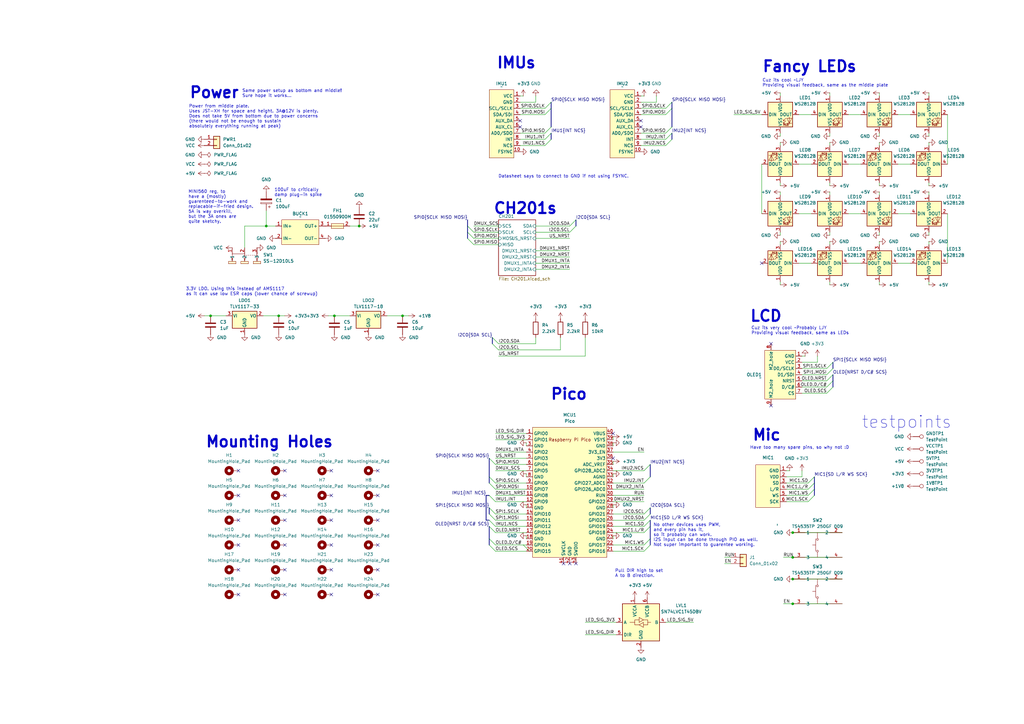
<source format=kicad_sch>
(kicad_sch (version 20231120) (generator "eeschema") (generator_version "8.0")
  (paper "A3")
  (junction (at 137.16 129.54))
  (junction (at 325.12 237.49))
  (junction (at 325.12 228.6))
  (junction (at 325.12 218.44))
  (junction (at 109.22 92.71))
  (junction (at 165.1 129.54))
  (junction (at 325.12 247.65))
  (junction (at 86.36 129.54))
  (junction (at 147.32 92.71))
  (junction (at 114.3 129.54))
  (no_connect (at 154.94 243.84))
  (no_connect (at 135.89 213.36))
  (no_connect (at 97.79 213.36))
  (no_connect (at 116.84 223.52))
  (no_connect (at 116.84 213.36))
  (no_connect (at 116.84 203.2))
  (no_connect (at 135.89 243.84))
  (no_connect (at 97.79 243.84))
  (no_connect (at 116.84 233.68))
  (no_connect (at 97.79 233.68))
  (no_connect (at 97.79 203.2))
  (no_connect (at 312.42 107.95))
  (no_connect (at 213.36 49.53))
  (no_connect (at 116.84 193.04))
  (no_connect (at 251.46 187.96))
  (no_connect (at 316.23 140.97))
  (no_connect (at 154.94 213.36))
  (no_connect (at 236.22 231.14))
  (no_connect (at 154.94 233.68))
  (no_connect (at 233.68 231.14))
  (no_connect (at 135.89 203.2))
  (no_connect (at 135.89 193.04))
  (no_connect (at 154.94 223.52))
  (no_connect (at 116.84 243.84))
  (no_connect (at 262.89 49.53))
  (no_connect (at 251.46 177.8))
  (no_connect (at 154.94 193.04))
  (no_connect (at 97.79 193.04))
  (no_connect (at 231.14 231.14))
  (no_connect (at 135.89 223.52))
  (no_connect (at 135.89 233.68))
  (no_connect (at 154.94 203.2))
  (no_connect (at 213.36 52.07))
  (no_connect (at 316.23 166.37))
  (no_connect (at 262.89 52.07))
  (no_connect (at 97.79 223.52))
  (bus_entry (at 341.63 148.59) (size -2.54 2.54))
  (bus_entry (at 334.01 198.12) (size -2.54 2.54))
  (bus_entry (at 226.06 41.91) (size -2.54 2.54))
  (bus_entry (at 275.59 41.91) (size -2.54 2.54))
  (bus_entry (at 226.06 52.07) (size -2.54 2.54))
  (bus_entry (at 203.2 226.06) (size -2.54 -2.54))
  (bus_entry (at 200.66 187.96) (size 2.54 2.54))
  (bus_entry (at 203.2 215.9) (size -2.54 -2.54))
  (bus_entry (at 200.66 198.12) (size 2.54 2.54))
  (bus_entry (at 275.59 57.15) (size -2.54 2.54))
  (bus_entry (at 275.59 44.45) (size -2.54 2.54))
  (bus_entry (at 236.22 92.71) (size -2.54 2.54))
  (bus_entry (at 266.7 213.36) (size -2.54 2.54))
  (bus_entry (at 201.93 140.97) (size 2.54 2.54))
  (bus_entry (at 339.09 161.29) (size 2.54 -2.54))
  (bus_entry (at 200.66 203.2) (size 2.54 2.54))
  (bus_entry (at 200.66 195.58) (size 2.54 2.54))
  (bus_entry (at 275.59 52.07) (size -2.54 2.54))
  (bus_entry (at 226.06 54.61) (size -2.54 2.54))
  (bus_entry (at 341.63 151.13) (size -2.54 2.54))
  (bus_entry (at 266.7 195.58) (size -2.54 2.54))
  (bus_entry (at 226.06 57.15) (size -2.54 2.54))
  (bus_entry (at 203.2 223.52) (size -2.54 -2.54))
  (bus_entry (at 266.7 215.9) (size -2.54 2.54))
  (bus_entry (at 266.7 220.98) (size -2.54 2.54))
  (bus_entry (at 191.77 92.71) (size 2.54 2.54))
  (bus_entry (at 266.7 208.28) (size -2.54 2.54))
  (bus_entry (at 226.06 44.45) (size -2.54 2.54))
  (bus_entry (at 203.2 218.44) (size -2.54 -2.54))
  (bus_entry (at 191.77 97.79) (size 2.54 2.54))
  (bus_entry (at 339.09 156.21) (size 2.54 -2.54))
  (bus_entry (at 266.7 210.82) (size -2.54 2.54))
  (bus_entry (at 191.77 95.25) (size 2.54 2.54))
  (bus_entry (at 275.59 54.61) (size -2.54 2.54))
  (bus_entry (at 201.93 138.43) (size 2.54 2.54))
  (bus_entry (at 266.7 190.5) (size -2.54 2.54))
  (bus_entry (at 236.22 90.17) (size -2.54 2.54))
  (bus_entry (at 334.01 195.58) (size -2.54 2.54))
  (bus_entry (at 266.7 223.52) (size -2.54 2.54))
  (bus_entry (at 334.01 203.2) (size -2.54 2.54))
  (bus_entry (at 339.09 158.75) (size 2.54 -2.54))
  (bus_entry (at 200.66 210.82) (size 2.54 2.54))
  (bus_entry (at 334.01 200.66) (size -2.54 2.54))
  (bus_entry (at 200.66 208.28) (size 2.54 2.54))
  (bus_entry (at 214.63 223.52) (size 2.54 2.54))
  (wire (pts (xy 381 99.06) (xy 381 100.33)))
  (wire (pts (xy 325.12 247.65) (xy 345.44 247.65)))
  (wire (pts (xy 213.36 54.61) (xy 223.52 54.61)))
  (wire (pts (xy 251.46 207.01) (xy 251.46 208.28)))
  (bus (pts (xy 275.59 54.61) (xy 275.59 57.15)))
  (wire (pts (xy 340.36 116.84) (xy 340.36 115.57)))
  (wire (pts (xy 194.31 92.71) (xy 204.47 92.71)))
  (wire (pts (xy 381 78.74) (xy 381 80.01)))
  (wire (pts (xy 320.04 99.06) (xy 320.04 100.33)))
  (wire (pts (xy 83.82 129.54) (xy 86.36 129.54)))
  (wire (pts (xy 203.2 226.06) (xy 215.9 226.06)))
  (wire (pts (xy 109.22 92.71) (xy 113.03 92.71)))
  (wire (pts (xy 327.66 87.63) (xy 332.74 87.63)))
  (wire (pts (xy 297.18 231.14) (xy 299.72 231.14)))
  (wire (pts (xy 219.71 95.25) (xy 233.68 95.25)))
  (wire (pts (xy 251.46 185.42) (xy 264.16 185.42)))
  (wire (pts (xy 320.04 96.52) (xy 320.04 95.25)))
  (wire (pts (xy 340.36 99.06) (xy 340.36 100.33)))
  (wire (pts (xy 219.71 92.71) (xy 233.68 92.71)))
  (wire (pts (xy 320.04 76.2) (xy 320.04 74.93)))
  (wire (pts (xy 251.46 203.2) (xy 264.16 203.2)))
  (wire (pts (xy 323.85 193.04) (xy 322.58 193.04)))
  (wire (pts (xy 214.63 223.52) (xy 215.9 223.52)))
  (wire (pts (xy 215.9 180.34) (xy 203.2 180.34)))
  (wire (pts (xy 360.68 55.88) (xy 360.68 54.61)))
  (wire (pts (xy 240.03 260.35) (xy 252.73 260.35)))
  (bus (pts (xy 266.7 208.28) (xy 266.7 210.82)))
  (wire (pts (xy 251.46 210.82) (xy 264.16 210.82)))
  (bus (pts (xy 341.63 148.59) (xy 341.63 151.13)))
  (wire (pts (xy 219.71 41.91) (xy 219.71 39.37)))
  (wire (pts (xy 360.68 116.84) (xy 360.68 115.57)))
  (wire (pts (xy 328.93 151.13) (xy 339.09 151.13)))
  (wire (pts (xy 204.47 140.97) (xy 219.71 140.97)))
  (wire (pts (xy 322.58 203.2) (xy 331.47 203.2)))
  (bus (pts (xy 191.77 90.17) (xy 191.77 92.71)))
  (wire (pts (xy 332.74 107.95) (xy 327.66 107.95)))
  (wire (pts (xy 264.16 200.66) (xy 251.46 200.66)))
  (wire (pts (xy 360.68 76.2) (xy 360.68 74.93)))
  (bus (pts (xy 334.01 195.58) (xy 334.01 198.12)))
  (wire (pts (xy 347.98 87.63) (xy 353.06 87.63)))
  (wire (pts (xy 368.3 46.99) (xy 373.38 46.99)))
  (wire (pts (xy 360.68 96.52) (xy 360.68 95.25)))
  (wire (pts (xy 86.36 129.54) (xy 92.71 129.54)))
  (wire (pts (xy 251.46 189.23) (xy 251.46 190.5)))
  (bus (pts (xy 191.77 92.71) (xy 191.77 95.25)))
  (wire (pts (xy 321.31 228.6) (xy 325.12 228.6)))
  (wire (pts (xy 335.28 148.59) (xy 335.28 146.05)))
  (wire (pts (xy 262.89 57.15) (xy 273.05 57.15)))
  (wire (pts (xy 215.9 182.88) (xy 215.9 181.61)))
  (wire (pts (xy 325.12 237.49) (xy 345.44 237.49)))
  (wire (pts (xy 213.36 41.91) (xy 219.71 41.91)))
  (wire (pts (xy 203.2 215.9) (xy 215.9 215.9)))
  (wire (pts (xy 219.71 138.43) (xy 219.71 140.97)))
  (wire (pts (xy 203.2 205.74) (xy 215.9 205.74)))
  (bus (pts (xy 226.06 44.45) (xy 226.06 52.07)))
  (wire (pts (xy 203.2 203.2) (xy 215.9 203.2)))
  (wire (pts (xy 328.93 195.58) (xy 328.93 193.04)))
  (wire (pts (xy 219.71 110.49) (xy 233.68 110.49)))
  (bus (pts (xy 341.63 156.21) (xy 341.63 158.75)))
  (wire (pts (xy 340.36 78.74) (xy 340.36 80.01)))
  (wire (pts (xy 328.93 156.21) (xy 339.09 156.21)))
  (wire (pts (xy 300.99 46.99) (xy 312.42 46.99)))
  (wire (pts (xy 347.98 46.99) (xy 353.06 46.99)))
  (bus (pts (xy 266.7 215.9) (xy 266.7 220.98)))
  (wire (pts (xy 320.04 78.74) (xy 320.04 80.01)))
  (wire (pts (xy 368.3 87.63) (xy 373.38 87.63)))
  (bus (pts (xy 226.06 54.61) (xy 226.06 57.15)))
  (wire (pts (xy 213.36 57.15) (xy 223.52 57.15)))
  (wire (pts (xy 388.62 87.63) (xy 388.62 107.95)))
  (bus (pts (xy 226.06 41.91) (xy 226.06 44.45)))
  (wire (pts (xy 114.3 129.54) (xy 116.84 129.54)))
  (wire (pts (xy 340.36 58.42) (xy 340.36 59.69)))
  (wire (pts (xy 297.18 228.6) (xy 299.72 228.6)))
  (bus (pts (xy 266.7 220.98) (xy 266.7 223.52)))
  (wire (pts (xy 204.47 143.51) (xy 229.87 143.51)))
  (wire (pts (xy 107.95 129.54) (xy 114.3 129.54)))
  (wire (pts (xy 353.06 107.95) (xy 347.98 107.95)))
  (wire (pts (xy 100.33 92.71) (xy 109.22 92.71)))
  (wire (pts (xy 203.2 198.12) (xy 215.9 198.12)))
  (wire (pts (xy 109.22 86.36) (xy 109.22 92.71)))
  (wire (pts (xy 328.93 148.59) (xy 335.28 148.59)))
  (wire (pts (xy 381 55.88) (xy 381 54.61)))
  (wire (pts (xy 251.46 193.04) (xy 264.16 193.04)))
  (bus (pts (xy 334.01 198.12) (xy 334.01 200.66)))
  (wire (pts (xy 381 58.42) (xy 381 59.69)))
  (wire (pts (xy 203.2 223.52) (xy 214.63 223.52)))
  (wire (pts (xy 340.36 76.2) (xy 340.36 74.93)))
  (bus (pts (xy 200.66 213.36) (xy 199.39 213.36)))
  (wire (pts (xy 219.71 107.95) (xy 233.68 107.95)))
  (bus (pts (xy 266.7 213.36) (xy 266.7 215.9)))
  (wire (pts (xy 203.2 218.44) (xy 215.9 218.44)))
  (bus (pts (xy 199.39 203.2) (xy 200.66 203.2)))
  (wire (pts (xy 320.04 55.88) (xy 320.04 54.61)))
  (wire (pts (xy 322.58 198.12) (xy 331.47 198.12)))
  (bus (pts (xy 200.66 215.9) (xy 200.66 220.98)))
  (wire (pts (xy 251.46 194.31) (xy 251.46 195.58)))
  (bus (pts (xy 236.22 90.17) (xy 236.22 92.71)))
  (bus (pts (xy 201.93 138.43) (xy 201.93 140.97)))
  (wire (pts (xy 134.62 129.54) (xy 137.16 129.54)))
  (wire (pts (xy 340.36 96.52) (xy 340.36 95.25)))
  (wire (pts (xy 328.93 158.75) (xy 339.09 158.75)))
  (wire (pts (xy 165.1 129.54) (xy 167.64 129.54)))
  (wire (pts (xy 194.31 97.79) (xy 204.47 97.79)))
  (wire (pts (xy 381 96.52) (xy 381 95.25)))
  (wire (pts (xy 203.2 177.8) (xy 215.9 177.8)))
  (wire (pts (xy 262.89 39.37) (xy 264.16 39.37)))
  (wire (pts (xy 262.89 41.91) (xy 269.24 41.91)))
  (wire (pts (xy 240.03 255.27) (xy 252.73 255.27)))
  (wire (pts (xy 203.2 193.04) (xy 215.9 193.04)))
  (wire (pts (xy 219.71 102.87) (xy 233.68 102.87)))
  (wire (pts (xy 381 76.2) (xy 381 74.93)))
  (wire (pts (xy 322.58 195.58) (xy 328.93 195.58)))
  (wire (pts (xy 251.46 223.52) (xy 264.16 223.52)))
  (bus (pts (xy 275.59 41.91) (xy 275.59 44.45)))
  (wire (pts (xy 251.46 198.12) (xy 264.16 198.12)))
  (wire (pts (xy 100.33 92.71) (xy 100.33 101.6)))
  (bus (pts (xy 275.59 44.45) (xy 275.59 52.07)))
  (wire (pts (xy 194.31 100.33) (xy 204.47 100.33)))
  (wire (pts (xy 330.2 146.05) (xy 328.93 146.05)))
  (wire (pts (xy 332.74 67.31) (xy 327.66 67.31)))
  (wire (pts (xy 320.04 58.42) (xy 320.04 59.69)))
  (wire (pts (xy 229.87 143.51) (xy 229.87 138.43)))
  (bus (pts (xy 266.7 190.5) (xy 266.7 195.58)))
  (wire (pts (xy 262.89 44.45) (xy 273.05 44.45)))
  (wire (pts (xy 251.46 226.06) (xy 264.16 226.06)))
  (wire (pts (xy 373.38 107.95) (xy 368.3 107.95)))
  (wire (pts (xy 213.36 59.69) (xy 223.52 59.69)))
  (wire (pts (xy 219.71 105.41) (xy 233.68 105.41)))
  (wire (pts (xy 340.36 55.88) (xy 340.36 54.61)))
  (bus (pts (xy 334.01 200.66) (xy 334.01 203.2)))
  (wire (pts (xy 137.16 129.54) (xy 143.51 129.54)))
  (wire (pts (xy 203.2 200.66) (xy 215.9 200.66)))
  (wire (pts (xy 269.24 41.91) (xy 269.24 39.37)))
  (wire (pts (xy 240.03 146.05) (xy 240.03 138.43)))
  (wire (pts (xy 264.16 205.74) (xy 251.46 205.74)))
  (wire (pts (xy 381 38.1) (xy 381 39.37)))
  (bus (pts (xy 200.66 187.96) (xy 200.66 195.58)))
  (wire (pts (xy 325.12 218.44) (xy 345.44 218.44)))
  (wire (pts (xy 215.9 194.31) (xy 215.9 195.58)))
  (wire (pts (xy 321.31 247.65) (xy 325.12 247.65)))
  (bus (pts (xy 200.66 208.28) (xy 200.66 210.82)))
  (wire (pts (xy 320.04 116.84) (xy 320.04 115.57)))
  (wire (pts (xy 262.89 59.69) (xy 273.05 59.69)))
  (wire (pts (xy 203.2 213.36) (xy 215.9 213.36)))
  (wire (pts (xy 328.93 161.29) (xy 339.09 161.29)))
  (wire (pts (xy 381 116.84) (xy 381 115.57)))
  (wire (pts (xy 273.05 255.27) (xy 284.48 255.27)))
  (wire (pts (xy 215.9 185.42) (xy 203.2 185.42)))
  (wire (pts (xy 251.46 179.07) (xy 251.46 180.34)))
  (wire (pts (xy 320.04 38.1) (xy 320.04 39.37)))
  (bus (pts (xy 200.66 220.98) (xy 200.66 223.52)))
  (wire (pts (xy 213.36 46.99) (xy 223.52 46.99)))
  (wire (pts (xy 388.62 46.99) (xy 388.62 67.31)))
  (wire (pts (xy 340.36 38.1) (xy 340.36 39.37)))
  (wire (pts (xy 353.06 67.31) (xy 347.98 67.31)))
  (wire (pts (xy 215.9 219.71) (xy 215.9 220.98)))
  (wire (pts (xy 360.68 58.42) (xy 360.68 59.69)))
  (bus (pts (xy 191.77 95.25) (xy 191.77 97.79)))
  (wire (pts (xy 262.89 54.61) (xy 273.05 54.61)))
  (wire (pts (xy 251.46 181.61) (xy 251.46 182.88)))
  (wire (pts (xy 328.93 153.67) (xy 339.09 153.67)))
  (wire (pts (xy 203.2 190.5) (xy 215.9 190.5)))
  (wire (pts (xy 327.66 46.99) (xy 332.74 46.99)))
  (wire (pts (xy 322.58 200.66) (xy 331.47 200.66)))
  (wire (pts (xy 312.42 67.31) (xy 312.42 87.63)))
  (wire (pts (xy 215.9 207.01) (xy 215.9 208.28)))
  (wire (pts (xy 203.2 187.96) (xy 215.9 187.96)))
  (wire (pts (xy 194.31 95.25) (xy 204.47 95.25)))
  (wire (pts (xy 373.38 67.31) (xy 368.3 67.31)))
  (wire (pts (xy 262.89 46.99) (xy 273.05 46.99)))
  (wire (pts (xy 213.36 44.45) (xy 223.52 44.45)))
  (wire (pts (xy 322.58 205.74) (xy 331.47 205.74)))
  (bus (pts (xy 199.39 203.2) (xy 199.39 213.36)))
  (wire (pts (xy 213.36 39.37) (xy 214.63 39.37)))
  (wire (pts (xy 219.71 97.79) (xy 233.68 97.79)))
  (wire (pts (xy 251.46 213.36) (xy 264.16 213.36)))
  (wire (pts (xy 158.75 129.54) (xy 165.1 129.54)))
  (wire (pts (xy 204.47 146.05) (xy 240.03 146.05)))
  (bus (pts (xy 200.66 195.58) (xy 200.66 198.12)))
  (wire (pts (xy 251.46 219.71) (xy 251.46 220.98)))
  (wire (pts (xy 360.68 38.1) (xy 360.68 39.37)))
  (wire (pts (xy 143.51 92.71) (xy 147.32 92.71)))
  (bus (pts (xy 341.63 153.67) (xy 341.63 156.21)))
  (wire (pts (xy 360.68 78.74) (xy 360.68 80.01)))
  (wire (pts (xy 203.2 210.82) (xy 215.9 210.82)))
  (wire (pts (xy 251.46 215.9) (xy 264.16 215.9)))
  (wire (pts (xy 325.12 228.6) (xy 345.44 228.6)))
  (wire (pts (xy 251.46 218.44) (xy 264.16 218.44)))
  (wire (pts (xy 360.68 99.06) (xy 360.68 100.33)))
  (text "CH201s" (at 202.184 85.598 0) (effects (font (size 4.445 4.445) (thickness 0.889) (bold yes)) (justify left)))
  (text "IMUs" (at 203.454 25.908 0) (effects (font (size 4.445 4.445) (thickness 0.889) (bold yes)) (justify left)))
  (text "No other devices uses PWM,\nand every pin has it,\nso it probably can work.\nI2S input can be done through PIO as well.\nNot super important to guarentee working." (at 267.97 219.456 0) (effects (font (size 1.27 1.27)) (justify left)))
  (text "MINI560 reg, to \nhave a (mostly) \nguarenteed-to-work and\nreplacable-if-fried design.\n5A is way overkill, \nbut the 3A ones are \nquite sketchy." (at 77.216 84.836 0) (effects (font (size 1.27 1.27)) (justify left)))
  (text "Same power setup as bottom and middle!\nSure hope it works..." (at 99.314 38.354 0) (effects (font (size 1.27 1.27)) (justify left)))
  (text "Cuz its very cool ~Probably LJY\nProviding visual feedback, same as LEDs" (at 308.102 135.636 0) (effects (font (size 1.27 1.27)) (justify left)))
  (text "Fancy LEDs" (at 312.42 27.432 0) (effects (font (size 4.445 4.445) (thickness 0.889) (bold yes)) (justify left)))
  (text "3.3V LDO. Using this instead of AMS1117\nas it can use low ESR caps (lower chance of screwup)" (at 76.2 119.634 0) (effects (font (size 1.27 1.27)) (justify left)))
  (text "Datasheet says to connect to GND if not using FSYNC." (at 231.14 72.39 0) (effects (font (size 1.27 1.27))))
  (text "Pull DIR high to set\nA to B direction." (at 252.222 235.204 0) (effects (font (size 1.27 1.27)) (justify left)))
  (text "Have too many spare pins, so why not :D" (at 307.594 183.642 0) (effects (font (size 1.27 1.27)) (justify left)))
  (text "Cuz its cool ~LJY\nProviding visual feedback, same as the middle plate" (at 312.674 34.036 0) (effects (font (size 1.27 1.27)) (justify left)))
  (text "Power" (at 77.47 38.1 0) (effects (font (size 4.445 4.445) (thickness 0.889) (bold yes)) (justify left)))
  (text "Pico" (at 225.552 161.798 0) (effects (font (size 4.445 4.445) (thickness 0.889) (bold yes)) (justify left)))
  (text "Power from middle plate.\nUses JST-XH for space and height. 3A@12V is plenty.\nDoes not take 5V from bottom due to power concerns\n(there would not be enough to sustain\nabsolutely everything running at peak)" (at 77.47 47.752 0) (effects (font (size 1.27 1.27)) (justify left)))
  (text "100uF to critically\ndamp plug-in spike" (at 112.522 78.994 0) (effects (font (size 1.27 1.27)) (justify left)))
  (text "Mic" (at 308.356 178.562 0) (effects (font (size 4.445 4.445) (thickness 0.889) (bold yes)) (justify left)))
  (text "LCD" (at 307.34 129.794 0) (effects (font (size 4.445 4.445) (thickness 0.889) (bold yes)) (justify left)))
  (text "Mounting Holes" (at 110.49 181.356 0) (effects (font (size 4.445 4.445) (thickness 0.889) (bold yes))))
  (text "testpoints" (at 371.856 173.228 0) (effects (font (size 5 5))))
  (label "DMUX2_INTA" (at 233.68 110.49 180))
  (label "OLED{NRST D{slash}C# SCS}" (at 200.66 215.9 180))
  (label "MIC1{SD L{slash}R WS SCK}" (at 334.01 195.58 0))
  (label "SPI0.SCLK" (at 223.52 44.45 180))
  (label "RUN" (at 297.18 228.6 0))
  (label "IMU1{INT NCS}" (at 226.06 54.61 0))
  (label "SPI0.MOSI" (at 273.05 46.99 180))
  (label "SPI0.MISO" (at 203.2 190.5 0))
  (label "LED_SIG_3V3" (at 240.03 255.27 0))
  (label "I2C0.SDA" (at 264.16 213.36 180))
  (label "DMUX2_NRST" (at 233.68 105.41 180))
  (label "MIC1{SD L{slash}R WS SCK}" (at 266.7 213.36 0))
  (label "DMUX1_NRST" (at 233.68 102.87 180))
  (label "I2C0.SCL" (at 233.68 95.25 180))
  (label "US_NRST" (at 204.47 146.05 0))
  (label "MIC1.SD" (at 264.16 215.9 180))
  (label "EN" (at 321.31 247.65 0))
  (label "SPI0.MISO" (at 273.05 54.61 180))
  (label "SPI0.SCLK" (at 194.31 95.25 0))
  (label "SPI0.MOSI" (at 203.2 200.66 0))
  (label "IMU2.INT" (at 264.16 198.12 180))
  (label "OLED.NRST" (at 203.2 218.44 0))
  (label "OLED.SCS" (at 339.09 161.29 180))
  (label "IMU2.NCS" (at 264.0368 193.04 180))
  (label "LED_SIG_DIR" (at 240.03 260.35 0))
  (label "SPI1{SCLK MISO MOSI}" (at 341.63 148.59 0))
  (label "US_NRST" (at 203.2 187.96 0))
  (label "DMUX_SCS" (at 203.2 193.04 0))
  (label "SPI1.SCLK" (at 339.09 151.13 180))
  (label "I2C0.SDA" (at 233.68 92.71 180))
  (label "LED_SIG_5V" (at 284.48 255.27 180))
  (label "OLED.D{slash}C#" (at 203.2 223.52 0))
  (label "RUN" (at 321.31 228.6 0))
  (label "EN" (at 264.16 185.42 180))
  (label "SPI0{SCLK MISO MOSI}" (at 226.06 41.91 0))
  (label "SPI1.MOSI" (at 203.2 213.36 0))
  (label "SPI0.SCLK" (at 203.2 198.12 0))
  (label "OLED{NRST D{slash}C# SCS}" (at 341.63 153.67 0))
  (label "I2C0{SDA SCL}" (at 201.93 138.43 180))
  (label "IMU2{INT NCS}" (at 275.59 54.61 0))
  (label "IMU1.INT" (at 223.52 57.15 180))
  (label "DMUX1_NRST" (at 203.2 203.2 0))
  (label "SPI0{SCLK MISO MOSI}" (at 275.59 41.91 0))
  (label "DMUX2_NRST" (at 264.16 205.74 180))
  (label "EN" (at 297.18 231.14 0))
  (label "SPI0.SCLK" (at 273.05 44.45 180))
  (label "IMU1{INT NCS}" (at 199.39 203.2 180))
  (label "SPI0{SCLK MISO MOSI}" (at 191.77 90.17 180))
  (label "I2C0{SDA SCL}" (at 236.22 90.17 0))
  (label "I2C0.SDA" (at 204.47 140.97 0))
  (label "MIC1.SCK" (at 264.16 226.06 180))
  (label "SPI0.MOSI" (at 223.52 46.99 180))
  (label "MIC1.SCK" (at 331.47 205.74 180))
  (label "DMUX2_INTA" (at 264.16 200.66 180))
  (label "IMU2{INT NCS}" (at 266.7 190.5 0))
  (label "IMU1.NCS" (at 223.52 59.69 180))
  (label "SPI0.MISO" (at 194.31 100.33 0))
  (label "MIC1.WS" (at 264.16 223.52 180))
  (label "MIC1.WS" (at 331.47 203.2 180))
  (label "SPI0{SCLK MISO MOSI}" (at 200.66 187.96 180))
  (label "I2C0.SCL" (at 264.16 210.82 180))
  (label "SPI1.MOSI" (at 339.09 153.67 180))
  (label "IMU1.NCS" (at 203.2 215.9 0))
  (label "OLED.D{slash}C#" (at 339.09 158.75 180))
  (label "SPI0.MISO" (at 223.52 54.61 180))
  (label "LED_SIG_3V3" (at 203.2 180.34 0))
  (label "I2C0{SDA SCL}" (at 266.7 208.28 0))
  (label "DMUX_SCS" (at 194.31 92.71 0))
  (label "IMU1.INT" (at 203.2 205.74 0))
  (label "OLED.NRST" (at 339.09 156.21 180))
  (label "OLED.SCS" (at 203.2 226.06 0))
  (label "I2C0.SCL" (at 204.47 143.51 0))
  (label "DMUX1_INTA" (at 203.2 185.42 0))
  (label "MIC1.L{slash}R" (at 331.47 200.66 180))
  (label "DMUX1_INTA" (at 233.68 107.95 180))
  (label "SPI1{SCLK MISO MOSI}" (at 200.66 208.28 180))
  (label "SPI1.SCLK" (at 203.2 210.82 0))
  (label "IMU2.NCS" (at 273.05 59.69 180))
  (label "RUN" (at 264.16 203.2 180))
  (label "MIC1.SD" (at 331.47 198.12 180))
  (label "LED_SIG_DIR" (at 203.2 177.8 0))
  (label "IMU2.INT" (at 273.05 57.15 180))
  (label "MIC1.L{slash}R" (at 264.16 218.44 180))
  (label "SPI0.MOSI" (at 194.31 97.79 0))
  (label "US_NRST" (at 233.68 97.79 180))
  (label "LED_SIG_5V" (at 300.99 46.99 0))
  (symbol (lib_id "power:+5V") (at 320.04 116.84 270) (unit 1)
    (property "Reference" "#PWR067" (effects (hide yes)))
    (property "Value" "+5V" (at 323.85 116.8401 90) (effects (justify left)))
    (property "Description" "Power symbol creates a global label with name \"+5V\"" (effects (hide yes)))
  )
  (symbol (lib_id "LED:WS2812B") (at 320.04 46.99 0) (unit 1)
    (property "Reference" "LED1" (at 330.2 40.0555 0))
    (property "Value" "WS2812B" (at 330.2 42.5955 0))
    (property "Footprint" "LED_SMD:LED_WS2812B_PLCC4_5.0x5.0mm_P3.2mm" (effects (hide yes)))
    (property "Datasheet" "https://cdn-shop.adafruit.com/datasheets/WS2812B.pdf" (effects (hide yes)))
    (property "Description" "RGB LED with integrated controller" (effects (hide yes)))
  )
  (symbol (lib_id "power:+5V") (at 320.04 38.1 90) (unit 1)
    (property "Reference" "#PWR060" (effects (hide yes)))
    (property "Value" "+5V" (at 316.23 38.0999 90) (effects (justify left)))
    (property "Description" "Power symbol creates a global label with name \"+5V\"" (effects (hide yes)))
  )
  (symbol (lib_id "power:+5V") (at 134.62 129.54 90) (unit 1)
    (property "Reference" "#PWR0122" (effects (hide yes)))
    (property "Value" "+3V3" (at 130.81 129.5399 90) (effects (justify left)))
    (property "Description" "Power symbol creates a global label with name \"+5V\"" (effects (hide yes)))
  )
  (symbol (lib_id "power:+3V3") (at 167.64 129.54 270) (unit 1)
    (property "Reference" "#PWR0126" (effects (hide yes)))
    (property "Value" "+1V8" (at 171.45 129.5399 90) (effects (justify left)))
    (property "Description" "Power symbol creates a global label with name \"+3V3\"" (effects (hide yes)))
  )
  (symbol (lib_id "EasyEDA:SS-12D10L5") (at 100.33 104.14 0) (unit 1)
    (property "Reference" "SW1" (at 107.95 104.5199 0) (effects (justify left)))
    (property "Value" "SS-12D10L5" (at 107.95 107.0599 0) (effects (justify left)))
    (property "Footprint" "EasyEDA:SW-TH_SS-12D10L5" (effects (hide yes)))
    (property "Datasheet" "https://lcsc.com/product-detail/Toggle-Switches_XKB-Enterprise-SS-12D10L5_C319012.html" (effects (hide yes)))
    (property "LCSC Part" "C319012" (effects (hide yes)))
  )
  (symbol (lib_id "LED:WS2812B") (at 381 46.99 0) (unit 1)
    (property "Reference" "LED4" (at 391.16 40.0555 0))
    (property "Value" "WS2812B" (at 391.16 42.5955 0))
    (property "Footprint" "LED_SMD:LED_WS2812B_PLCC4_5.0x5.0mm_P3.2mm" (effects (hide yes)))
    (property "Datasheet" "https://cdn-shop.adafruit.com/datasheets/WS2812B.pdf" (effects (hide yes)))
    (property "Description" "RGB LED with integrated controller" (effects (hide yes)))
  )
  (symbol (lib_id "power:+12V") (at 83.82 67.31 90) (unit 1)
    (property "Reference" "#PWR083" (effects (hide yes)))
    (property "Value" "VCC" (at 80.01 67.3099 90) (effects (justify left)))
    (property "Description" "Power symbol creates a global label with name \"+12V\"" (effects (hide yes)))
  )
  (symbol (lib_id "power:+3V3") (at 260.35 245.11 0) (unit 1)
    (property "Reference" "#PWR0119" (effects (hide yes)))
    (property "Value" "+3V3" (at 260.35 240.03 0))
    (property "Description" "Power symbol creates a global label with name \"+3V3\"" (effects (hide yes)))
  )
  (symbol (lib_id "power:+1V8") (at 374.65 199.39 90) (unit 1)
    (property "Reference" "#PWR0148" (effects (hide yes)))
    (property "Value" "+1V8" (at 370.84 199.3899 90) (effects (justify left)))
    (property "Description" "Power symbol creates a global label with name \"+1V8\"" (effects (hide yes)))
  )
  (symbol (lib_id "Device:C") (at 147.32 88.9 0) (mirror y) (unit 1)
    (property "Reference" "C2" (at 151.13 87.6299 0) (effects (justify right)))
    (property "Value" "22uF" (at 151.13 90.1699 0) (effects (justify right)))
    (property "Footprint" "PCM_Capacitor_SMD_AKL:C_0805_2012Metric_Pad1.15x1.40mm_HandSolder" (effects (hide yes)))
    (property "Description" "Unpolarized capacitor" (effects (hide yes)))
  )
  (symbol (lib_id "Connector:TestPoint") (at 374.65 194.31 270) (unit 1)
    (property "Reference" "3V3TP1" (at 379.73 193.0399 90) (effects (justify left)))
    (property "Value" "TestPoint" (at 379.73 195.5799 90) (effects (justify left)))
    (property "Footprint" "TestPoint:TestPoint_THTPad_D1.0mm_Drill0.5mm" (effects (hide yes)))
    (property "Description" "test point" (effects (hide yes)))
  )
  (symbol (lib_id "Mechanical:MountingHole_Pad") (at 152.4 193.04 90) (unit 1) (exclude_from_sim yes) (in_bom no)
    (property "Reference" "H4" (at 151.13 186.69 90))
    (property "Value" "MountingHole_Pad" (at 151.13 189.23 90))
    (property "Footprint" "MountingHole:MountingHole_2.2mm_M2_Pad_Via" (effects (hide yes)))
    (property "Description" "Mounting Hole with connection" (effects (hide yes)))
  )
  (symbol (lib_id "custom:mini360/560") (at 123.19 95.25 0) (unit 1)
    (property "Reference" "BUCK1" (at 123.19 87.63 0))
    (property "Value" "~" (at 123.19 88.9 0))
    (property "Footprint" "custom:mini560" (effects (hide yes)))
  )
  (symbol (lib_id "power:+5V") (at 374.65 189.23 90) (mirror x) (unit 1)
    (property "Reference" "#PWR0149" (effects (hide yes)))
    (property "Value" "+5V" (at 370.84 189.2299 90) (effects (justify left)))
    (property "Description" "Power symbol creates a global label with name \"+5V\"" (effects (hide yes)))
  )
  (symbol (lib_id "power:+12V") (at 95.25 101.6 90) (mirror x) (unit 1)
    (property "Reference" "#PWR093" (effects (hide yes)))
    (property "Value" "VCC" (at 91.44 101.5999 90) (effects (justify left)))
    (property "Description" "Power symbol creates a global label with name \"+12V\"" (effects (hide yes)))
  )
  (symbol (lib_id "power:+5V") (at 381 76.2 270) (unit 1)
    (property "Reference" "#PWR099" (effects (hide yes)))
    (property "Value" "+5V" (at 384.81 76.2001 90) (effects (justify left)))
    (property "Description" "Power symbol creates a global label with name \"+5V\"" (effects (hide yes)))
  )
  (symbol (lib_id "power:GND") (at 137.16 137.16 0) (mirror y) (unit 1)
    (property "Reference" "#PWR0123" (effects (hide yes)))
    (property "Value" "GND" (at 139.7 138.4299 0) (effects (justify right)))
    (property "Description" "Power symbol creates a global label with name \"GND\" , ground" (effects (hide yes)))
  )
  (symbol (lib_id "power:GND") (at 215.9 194.31 270) (unit 1)
    (property "Reference" "#PWR02" (effects (hide yes)))
    (property "Value" "GND" (at 212.09 194.3099 90) (effects (justify right)))
    (property "Description" "Power symbol creates a global label with name \"GND\" , ground" (effects (hide yes)))
  )
  (symbol (lib_id "power:+12V") (at 374.65 184.15 90) (unit 1)
    (property "Reference" "#PWR0147" (effects (hide yes)))
    (property "Value" "VCC" (at 370.84 184.1499 90) (effects (justify left)))
    (property "Description" "Power symbol creates a global label with name \"+12V\"" (effects (hide yes)))
  )
  (symbol (lib_id "Mechanical:MountingHole_Pad") (at 95.25 203.2 90) (unit 1) (exclude_from_sim yes) (in_bom no)
    (property "Reference" "H5" (at 93.98 196.85 90))
    (property "Value" "MountingHole_Pad" (at 93.98 199.39 90))
    (property "Footprint" "MountingHole:MountingHole_2.2mm_M2_Pad_Via" (effects (hide yes)))
    (property "Description" "Mounting Hole with connection" (effects (hide yes)))
  )
  (symbol (lib_id "power:GND") (at 251.46 181.61 90) (unit 1)
    (property "Reference" "#PWR06" (effects (hide yes)))
    (property "Value" "GND" (at 255.27 181.6099 90) (effects (justify right)))
    (property "Description" "Power symbol creates a global label with name \"GND\" , ground" (effects (hide yes)))
  )
  (symbol (lib_id "power:+5V") (at 147.32 92.71 270) (mirror x) (unit 1)
    (property "Reference" "#PWR0107" (effects (hide yes)))
    (property "Value" "+5V" (at 151.13 92.7099 90) (effects (justify left)))
    (property "Description" "Power symbol creates a global label with name \"+5V\"" (effects (hide yes)))
  )
  (symbol (lib_id "Mechanical:MountingHole_Pad") (at 95.25 223.52 90) (unit 1) (exclude_from_sim yes) (in_bom no)
    (property "Reference" "H10" (at 93.98 217.17 90))
    (property "Value" "MountingHole_Pad" (at 93.98 219.71 90))
    (property "Footprint" "MountingHole:MountingHole_2.2mm_M2_Pad_Via" (effects (hide yes)))
    (property "Description" "Mounting Hole with connection" (effects (hide yes)))
  )
  (symbol (lib_id "LED:WS2812B") (at 340.36 46.99 0) (unit 1)
    (property "Reference" "LED2" (at 350.52 40.0555 0))
    (property "Value" "WS2812B" (at 350.52 42.5955 0))
    (property "Footprint" "LED_SMD:LED_WS2812B_PLCC4_5.0x5.0mm_P3.2mm" (effects (hide yes)))
    (property "Datasheet" "https://cdn-shop.adafruit.com/datasheets/WS2812B.pdf" (effects (hide yes)))
    (property "Description" "RGB LED with integrated controller" (effects (hide yes)))
  )
  (symbol (lib_id "EasyEDA:TS4535TP250GF009") (at 335.28 223.52 0) (unit 1)
    (property "Reference" "SW2" (at 335.28 213.36 0))
    (property "Value" "TS4535TP 250GF 009" (at 335.28 215.9 0))
    (property "Footprint" "EasyEDA:SW-SMD_4P-L4.5-W4.5-P3.00-LS6.8" (effects (hide yes)))
    (property "LCSC Part" "C5342982" (effects (hide yes)))
  )
  (symbol (lib_id "power:GND") (at 113.03 97.79 270) (mirror x) (unit 1)
    (property "Reference" "#PWR0104" (effects (hide yes)))
    (property "Value" "GND" (at 109.22 97.7899 90) (effects (justify right)))
    (property "Description" "Power symbol creates a global label with name \"GND\" , ground" (effects (hide yes)))
  )
  (symbol (lib_id "power:GND") (at 83.82 63.5 270) (unit 1)
    (property "Reference" "#PWR082" (effects (hide yes)))
    (property "Value" "GND" (at 80.01 63.4999 90) (effects (justify right)))
    (property "Description" "Power symbol creates a global label with name \"GND\" , ground" (effects (hide yes)))
  )
  (symbol (lib_id "power:PWR_FLAG") (at 83.82 71.12 270) (unit 1)
    (property "Reference" "#FLG03" (effects (hide yes)))
    (property "Value" "PWR_FLAG" (at 87.63 71.1199 90) (effects (justify left)))
    (property "Description" "Special symbol for telling ERC where power comes from" (effects (hide yes)))
  )
  (symbol (lib_id "power:GND") (at 340.36 58.42 90) (mirror x) (unit 1)
    (property "Reference" "#PWR074" (effects (hide yes)))
    (property "Value" "GND" (at 344.17 58.4201 90) (effects (justify right)))
    (property "Description" "Power symbol creates a global label with name \"GND\" , ground" (effects (hide yes)))
  )
  (symbol (lib_id "power:GND") (at 86.36 137.16 0) (mirror y) (unit 1)
    (property "Reference" "#PWR068" (effects (hide yes)))
    (property "Value" "GND" (at 88.9 138.4299 0) (effects (justify right)))
    (property "Description" "Power symbol creates a global label with name \"GND\" , ground" (effects (hide yes)))
  )
  (symbol (lib_id "Connector_Generic:Conn_01x02") (at 304.8 228.6 0) (unit 1)
    (property "Reference" "J1" (at 307.34 228.5999 0) (effects (justify left)))
    (property "Value" "Conn_01x02" (at 307.34 231.1399 0) (effects (justify left)))
    (property "Footprint" "Connector_JST:JST_XH_B2B-XH-A_1x02_P2.50mm_Vertical" (effects (hide yes)))
    (property "Description" "Generic connector, single row, 01x02, script generated (kicad-library-utils/schlib/autogen/connector/)" (effects (hide yes)))
  )
  (symbol (lib_id "Device:C_Polarized") (at 109.22 82.55 180) (unit 1)
    (property "Reference" "C1" (at 113.03 82.1689 0) (effects (justify right)))
    (property "Value" "100uF" (at 113.03 84.7089 0) (effects (justify right)))
    (property "Footprint" "Capacitor_SMD:CP_Elec_6.3x7.7" (effects (hide yes)))
    (property "Description" "Polarized capacitor" (effects (hide yes)))
  )
  (symbol (lib_id "Mechanical:MountingHole_Pad") (at 133.35 243.84 90) (unit 1) (exclude_from_sim yes) (in_bom no)
    (property "Reference" "H22" (at 132.08 237.49 90))
    (property "Value" "MountingHole_Pad" (at 132.08 240.03 90))
    (property "Footprint" "MountingHole:MountingHole_2.2mm_M2_Pad_Via" (effects (hide yes)))
    (property "Description" "Mounting Hole with connection" (effects (hide yes)))
  )
  (symbol (lib_id "power:GND") (at 165.1 137.16 0) (mirror y) (unit 1)
    (property "Reference" "#PWR0125" (effects (hide yes)))
    (property "Value" "GND" (at 167.64 138.4299 0) (effects (justify right)))
    (property "Description" "Power symbol creates a global label with name \"GND\" , ground" (effects (hide yes)))
  )
  (symbol (lib_id "power:GND") (at 320.04 99.06 90) (mirror x) (unit 1)
    (property "Reference" "#PWR066" (effects (hide yes)))
    (property "Value" "GND" (at 323.85 99.0601 90) (effects (justify right)))
    (property "Description" "Power symbol creates a global label with name \"GND\" , ground" (effects (hide yes)))
  )
  (symbol (lib_id "LED:WS2812B") (at 381 87.63 0) (unit 1)
    (property "Reference" "LED12" (at 391.16 80.6955 0))
    (property "Value" "WS2812B" (at 391.16 83.2355 0))
    (property "Footprint" "LED_SMD:LED_WS2812B_PLCC4_5.0x5.0mm_P3.2mm" (effects (hide yes)))
    (property "Datasheet" "https://cdn-shop.adafruit.com/datasheets/WS2812B.pdf" (effects (hide yes)))
    (property "Description" "RGB LED with integrated controller" (effects (hide yes)))
  )
  (symbol (lib_id "power:GND") (at 320.04 55.88 270) (mirror x) (unit 1)
    (property "Reference" "#PWR061" (effects (hide yes)))
    (property "Value" "GND" (at 316.23 55.8799 90) (effects (justify right)))
    (property "Description" "Power symbol creates a global label with name \"GND\" , ground" (effects (hide yes)))
  )
  (symbol (lib_id "Connector:TestPoint") (at 374.65 179.07 270) (unit 1)
    (property "Reference" "GNDTP1" (at 379.73 177.7999 90) (effects (justify left)))
    (property "Value" "TestPoint" (at 379.73 180.3399 90) (effects (justify left)))
    (property "Footprint" "TestPoint:TestPoint_THTPad_D1.0mm_Drill0.5mm" (effects (hide yes)))
    (property "Description" "test point" (effects (hide yes)))
  )
  (symbol (lib_id "Mechanical:MountingHole_Pad") (at 133.35 233.68 90) (unit 1) (exclude_from_sim yes) (in_bom no)
    (property "Reference" "H21" (at 132.08 227.33 90))
    (property "Value" "MountingHole_Pad" (at 132.08 229.87 90))
    (property "Footprint" "MountingHole:MountingHole_2.2mm_M2_Pad_Via" (effects (hide yes)))
    (property "Description" "Mounting Hole with connection" (effects (hide yes)))
  )
  (symbol (lib_id "power:+3V3") (at 374.65 194.31 90) (unit 1)
    (property "Reference" "#PWR0150" (effects (hide yes)))
    (property "Value" "+3V3" (at 370.84 194.3099 90) (effects (justify left)))
    (property "Description" "Power symbol creates a global label with name \"+3V3\"" (effects (hide yes)))
  )
  (symbol (lib_id "power:+3V3") (at 335.28 146.05 0) (unit 1)
    (property "Reference" "#PWR0131" (effects (hide yes)))
    (property "Value" "+3V3" (at 335.28 140.97 0))
    (property "Description" "Power symbol creates a global label with name \"+3V3\"" (effects (hide yes)))
  )
  (symbol (lib_id "power:GND") (at 320.04 58.42 90) (mirror x) (unit 1)
    (property "Reference" "#PWR062" (effects (hide yes)))
    (property "Value" "GND" (at 323.85 58.4201 90) (effects (justify right)))
    (property "Description" "Power symbol creates a global label with name \"GND\" , ground" (effects (hide yes)))
  )
  (symbol (lib_id "power:GND") (at 251.46 207.01 90) (unit 1)
    (property "Reference" "#PWR09" (effects (hide yes)))
    (property "Value" "GND" (at 255.27 207.0099 90) (effects (justify right)))
    (property "Description" "Power symbol creates a global label with name \"GND\" , ground" (effects (hide yes)))
  )
  (symbol (lib_id "power:PWR_FLAG") (at 83.82 67.31 270) (unit 1)
    (property "Reference" "#FLG02" (effects (hide yes)))
    (property "Value" "PWR_FLAG" (at 87.63 67.3099 90) (effects (justify left)))
    (property "Description" "Special symbol for telling ERC where power comes from" (effects (hide yes)))
  )
  (symbol (lib_id "Logic_LevelTranslator:SN74LVC1T45DBV") (at 262.89 255.27 0) (unit 1)
    (property "Reference" "LVL1" (at 279.4 248.3355 0))
    (property "Value" "SN74LVC1T45DBV" (at 279.4 250.8755 0))
    (property "Footprint" "Package_TO_SOT_SMD:SOT-23-6" (effects (hide yes)))
    (property "Datasheet" "http://www.ti.com/lit/ds/symlink/sn74lvc1t45.pdf" (effects (hide yes)))
    (property "Description" "Single-Bit Dual-Supply Bus Transceiver With Configurable Voltage Translation and 3-State Outputs, SOT-23-6" (effects (hide yes)))
  )
  (symbol (lib_id "Mechanical:MountingHole_Pad") (at 114.3 243.84 90) (unit 1) (exclude_from_sim yes) (in_bom no)
    (property "Reference" "H20" (at 113.03 237.49 90))
    (property "Value" "MountingHole_Pad" (at 113.03 240.03 90))
    (property "Footprint" "MountingHole:MountingHole_2.2mm_M2_Pad_Via" (effects (hide yes)))
    (property "Description" "Mounting Hole with connection" (effects (hide yes)))
  )
  (symbol (lib_id "GY-ICM20948V2:GY-ICM20948V2-no-mountingholes") (at 257.81 52.07 270) (unit 1)
    (property "Reference" "IMU2" (at 255.27 34.29 90))
    (property "Value" "~" (at 255.27 35.56 90))
    (property "Footprint" "ICM20948:ICM20948-no-mountingholes" (effects (hide yes)))
  )
  (symbol (lib_id "power:GND") (at 325.12 237.49 270) (unit 1)
    (property "Reference" "#PWR0145" (effects (hide yes)))
    (property "Value" "GND" (at 321.31 237.4899 90) (effects (justify right)))
    (property "Description" "Power symbol creates a global label with name \"GND\" , ground" (effects (hide yes)))
  )
  (symbol (lib_id "LED:WS2812B") (at 340.36 107.95 180) (unit 1)
    (property "Reference" "LED15" (at 350.52 102.1459 0))
    (property "Value" "WS2812B" (at 350.52 104.6859 0))
    (property "Footprint" "LED_SMD:LED_WS2812B_PLCC4_5.0x5.0mm_P3.2mm" (effects (hide yes)))
    (property "Datasheet" "https://cdn-shop.adafruit.com/datasheets/WS2812B.pdf" (effects (hide yes)))
    (property "Description" "RGB LED with integrated controller" (effects (hide yes)))
  )
  (symbol (lib_id "power:+5V") (at 340.36 78.74 90) (unit 1)
    (property "Reference" "#PWR076" (effects (hide yes)))
    (property "Value" "+5V" (at 336.55 78.7399 90) (effects (justify left)))
    (property "Description" "Power symbol creates a global label with name \"+5V\"" (effects (hide yes)))
  )
  (symbol (lib_id "power:GND") (at 340.36 55.88 270) (mirror x) (unit 1)
    (property "Reference" "#PWR073" (effects (hide yes)))
    (property "Value" "GND" (at 336.55 55.8799 90) (effects (justify right)))
    (property "Description" "Power symbol creates a global label with name \"GND\" , ground" (effects (hide yes)))
  )
  (symbol (lib_id "Device:R") (at 240.03 134.62 0) (unit 1)
    (property "Reference" "R6" (at 242.57 133.3499 0) (effects (justify left)))
    (property "Value" "10kR" (at 242.57 135.8899 0) (effects (justify left)))
    (property "Footprint" "PCM_Resistor_SMD_AKL:R_0805_2012Metric_Pad1.15x1.40mm_HandSolder" (effects (hide yes)))
    (property "Description" "Resistor" (effects (hide yes)))
  )
  (symbol (lib_id "Regulator_Linear:TLV1117-33") (at 151.13 129.54 0) (unit 1)
    (property "Reference" "LDO2" (at 151.13 123.19 0))
    (property "Value" "TLV1117-18" (at 151.13 125.73 0))
    (property "Footprint" "Package_TO_SOT_SMD:SOT-223-3_TabPin2" (effects (hide yes)))
    (property "Datasheet" "http://www.ti.com/lit/ds/symlink/tlv1117.pdf" (effects (hide yes)))
    (property "Description" "800mA Low-Dropout Linear Regulator, 3.3V fixed output, TO-220/TO-252/TO-263/SOT-223" (effects (hide yes)))
  )
  (symbol (lib_id "Connector_Generic:Conn_01x02") (at 88.9 57.15 0) (unit 1)
    (property "Reference" "PWR1" (at 91.44 57.1499 0) (effects (justify left)))
    (property "Value" "Conn_01x02" (at 91.44 59.6899 0) (effects (justify left)))
    (property "Footprint" "Connector_JST:JST_XH_B2B-XH-A_1x02_P2.50mm_Vertical" (effects (hide yes)))
    (property "Description" "Generic connector, single row, 01x02, script generated (kicad-library-utils/schlib/autogen/connector/)" (effects (hide yes)))
  )
  (symbol (lib_id "power:GND") (at 215.9 219.71 270) (unit 1)
    (property "Reference" "#PWR04" (effects (hide yes)))
    (property "Value" "GND" (at 212.09 219.7099 90) (effects (justify right)))
    (property "Description" "Power symbol creates a global label with name \"GND\" , ground" (effects (hide yes)))
  )
  (symbol (lib_id "Mechanical:MountingHole_Pad") (at 114.3 193.04 90) (unit 1) (exclude_from_sim yes) (in_bom no)
    (property "Reference" "H2" (at 113.03 186.69 90))
    (property "Value" "MountingHole_Pad" (at 113.03 189.23 90))
    (property "Footprint" "MountingHole:MountingHole_2.2mm_M2_Pad_Via" (effects (hide yes)))
    (property "Description" "Mounting Hole with connection" (effects (hide yes)))
  )
  (symbol (lib_id "0.96-inch OLED 7-pin:0.96-inch_OLED_7-pin-no-back-mountingholes") (at 318.77 153.67 270) (unit 1)
    (property "Reference" "OLED1" (at 312.42 153.6699 90) (effects (justify right)))
    (property "Value" "~" (at 312.42 154.94 90) (effects (justify right)))
    (property "Footprint" "0.96-inch_OLED_7-pin:0.96-inch_OLED_7-no-back-mountingholes" (effects (hide yes)))
  )
  (symbol (lib_id "LED:WS2812B") (at 360.68 67.31 180) (unit 1)
    (property "Reference" "LED6" (at 370.84 61.5059 0))
    (property "Value" "WS2812B" (at 370.84 64.0459 0))
    (property "Footprint" "LED_SMD:LED_WS2812B_PLCC4_5.0x5.0mm_P3.2mm" (effects (hide yes)))
    (property "Datasheet" "https://cdn-shop.adafruit.com/datasheets/WS2812B.pdf" (effects (hide yes)))
    (property "Description" "RGB LED with integrated controller" (effects (hide yes)))
  )
  (symbol (lib_id "Mechanical:MountingHole_Pad") (at 95.25 243.84 90) (unit 1) (exclude_from_sim yes) (in_bom no)
    (property "Reference" "H18" (at 93.98 237.49 90))
    (property "Value" "MountingHole_Pad" (at 93.98 240.03 90))
    (property "Footprint" "MountingHole:MountingHole_2.2mm_M2_Pad_Via" (effects (hide yes)))
    (property "Description" "Mounting Hole with connection" (effects (hide yes)))
  )
  (symbol (lib_id "Mechanical:MountingHole_Pad") (at 114.3 213.36 90) (unit 1) (exclude_from_sim yes) (in_bom no)
    (property "Reference" "H11" (at 113.03 207.01 90))
    (property "Value" "MountingHole_Pad" (at 113.03 209.55 90))
    (property "Footprint" "MountingHole:MountingHole_2.2mm_M2_Pad_Via" (effects (hide yes)))
    (property "Description" "Mounting Hole with connection" (effects (hide yes)))
  )
  (symbol (lib_id "power:GND") (at 133.35 97.79 90) (mirror x) (unit 1)
    (property "Reference" "#PWR0105" (effects (hide yes)))
    (property "Value" "GND" (at 137.16 97.7899 90) (effects (justify right)))
    (property "Description" "Power symbol creates a global label with name \"GND\" , ground" (effects (hide yes)))
  )
  (symbol (lib_id "power:+3V3") (at 328.93 193.04 0) (unit 1)
    (property "Reference" "#PWR0143" (effects (hide yes)))
    (property "Value" "+3V3" (at 328.93 187.96 0))
    (property "Description" "Power symbol creates a global label with name \"+3V3\"" (effects (hide yes)))
  )
  (symbol (lib_id "power:PWR_FLAG") (at 83.82 63.5 270) (unit 1)
    (property "Reference" "#FLG01" (effects (hide yes)))
    (property "Value" "PWR_FLAG" (at 87.63 63.4999 90) (effects (justify left)))
    (property "Description" "Special symbol for telling ERC where power comes from" (effects (hide yes)))
  )
  (symbol (lib_id "Connector:TestPoint") (at 374.65 184.15 270) (unit 1)
    (property "Reference" "VCCTP1" (at 379.73 182.8799 90) (effects (justify left)))
    (property "Value" "TestPoint" (at 379.73 185.4199 90) (effects (justify left)))
    (property "Footprint" "TestPoint:TestPoint_THTPad_D1.0mm_Drill0.5mm" (effects (hide yes)))
    (property "Description" "test point" (effects (hide yes)))
  )
  (symbol (lib_id "power:+1V8") (at 229.87 130.81 0) (unit 1)
    (property "Reference" "#PWR0138" (effects (hide yes)))
    (property "Value" "+3V3" (at 229.87 125.73 0))
    (property "Description" "Power symbol creates a global label with name \"+1V8\"" (effects (hide yes)))
  )
  (symbol (lib_id "Device:C") (at 114.3 133.35 180) (unit 1)
    (property "Reference" "C4" (at 118.11 132.0799 0) (effects (justify right)))
    (property "Value" "10uF" (at 118.11 134.6199 0) (effects (justify right)))
    (property "Footprint" "PCM_Capacitor_SMD_AKL:C_0805_2012Metric_Pad1.15x1.40mm_HandSolder" (effects (hide yes)))
    (property "Description" "Unpolarized capacitor" (effects (hide yes)))
  )
  (symbol (lib_id "power:GND") (at 381 99.06 90) (mirror x) (unit 1)
    (property "Reference" "#PWR0102" (effects (hide yes)))
    (property "Value" "GND" (at 384.81 99.0601 90) (effects (justify right)))
    (property "Description" "Power symbol creates a global label with name \"GND\" , ground" (effects (hide yes)))
  )
  (symbol (lib_id "power:+5V") (at 320.04 76.2 270) (unit 1)
    (property "Reference" "#PWR063" (effects (hide yes)))
    (property "Value" "+5V" (at 323.85 76.2001 90) (effects (justify left)))
    (property "Description" "Power symbol creates a global label with name \"+5V\"" (effects (hide yes)))
  )
  (symbol (lib_id "power:GND") (at 215.9 207.01 270) (unit 1)
    (property "Reference" "#PWR03" (effects (hide yes)))
    (property "Value" "GND" (at 212.09 207.0099 90) (effects (justify right)))
    (property "Description" "Power symbol creates a global label with name \"GND\" , ground" (effects (hide yes)))
  )
  (symbol (lib_id "power:+5V") (at 381 38.1 90) (unit 1)
    (property "Reference" "#PWR096" (effects (hide yes)))
    (property "Value" "+5V" (at 377.19 38.0999 90) (effects (justify left)))
    (property "Description" "Power symbol creates a global label with name \"+5V\"" (effects (hide yes)))
  )
  (symbol (lib_id "EasyEDA:01550900M") (at 138.43 92.71 0) (unit 1)
    (property "Reference" "FH1" (at 138.43 86.36 0))
    (property "Value" "01550900M" (at 138.43 88.9 0))
    (property "Footprint" "EasyEDA:FUSE-SMD_L9.8-W5.0" (effects (hide yes)))
    (property "Datasheet" "https://lcsc.com/product-detail/Others_Littelfuse_01550900M_Littelfuse-01550900M_C108518.html" (effects (hide yes)))
    (property "LCSC Part" "C108518" (effects (hide yes)))
  )
  (symbol (lib_id "Device:R") (at 219.71 134.62 0) (unit 1)
    (property "Reference" "R4" (at 222.25 133.3499 0) (effects (justify left)))
    (property "Value" "2.2kR" (at 222.25 135.8899 0) (effects (justify left)))
    (property "Footprint" "PCM_Resistor_SMD_AKL:R_0805_2012Metric_Pad1.15x1.40mm_HandSolder" (effects (hide yes)))
    (property "Description" "Resistor" (effects (hide yes)))
  )
  (symbol (lib_id "power:GND") (at 100.33 137.16 0) (mirror y) (unit 1)
    (property "Reference" "#PWR069" (effects (hide yes)))
    (property "Value" "GND" (at 102.87 138.4299 0) (effects (justify right)))
    (property "Description" "Power symbol creates a global label with name \"GND\" , ground" (effects (hide yes)))
  )
  (symbol (lib_id "power:+5V") (at 381 116.84 270) (unit 1)
    (property "Reference" "#PWR0103" (effects (hide yes)))
    (property "Value" "+5V" (at 384.81 116.8401 90) (effects (justify left)))
    (property "Description" "Power symbol creates a global label with name \"+5V\"" (effects (hide yes)))
  )
  (symbol (lib_id "power:GND") (at 360.68 96.52 270) (mirror x) (unit 1)
    (property "Reference" "#PWR089" (effects (hide yes)))
    (property "Value" "GND" (at 356.87 96.5199 90) (effects (justify right)))
    (property "Description" "Power symbol creates a global label with name \"GND\" , ground" (effects (hide yes)))
  )
  (symbol (lib_id "power:GND") (at 381 55.88 270) (mirror x) (unit 1)
    (property "Reference" "#PWR097" (effects (hide yes)))
    (property "Value" "GND" (at 377.19 55.8799 90) (effects (justify right)))
    (property "Description" "Power symbol creates a global label with name \"GND\" , ground" (effects (hide yes)))
  )
  (symbol (lib_id "LED:WS2812B") (at 360.68 87.63 0) (unit 1)
    (property "Reference" "LED11" (at 370.84 80.6955 0))
    (property "Value" "WS2812B" (at 370.84 83.2355 0))
    (property "Footprint" "LED_SMD:LED_WS2812B_PLCC4_5.0x5.0mm_P3.2mm" (effects (hide yes)))
    (property "Datasheet" "https://cdn-shop.adafruit.com/datasheets/WS2812B.pdf" (effects (hide yes)))
    (property "Description" "RGB LED with integrated controller" (effects (hide yes)))
  )
  (symbol (lib_id "Device:C") (at 86.36 133.35 180) (unit 1)
    (property "Reference" "C3" (at 90.17 132.0799 0) (effects (justify right)))
    (property "Value" "1uF" (at 90.17 134.6199 0) (effects (justify right)))
    (property "Footprint" "PCM_Capacitor_SMD_AKL:C_0805_2012Metric_Pad1.15x1.40mm_HandSolder" (effects (hide yes)))
    (property "Description" "Unpolarized capacitor" (effects (hide yes)))
  )
  (symbol (lib_id "power:+5V") (at 320.04 78.74 90) (unit 1)
    (property "Reference" "#PWR064" (effects (hide yes)))
    (property "Value" "+5V" (at 316.23 78.7399 90) (effects (justify left)))
    (property "Description" "Power symbol creates a global label with name \"+5V\"" (effects (hide yes)))
  )
  (symbol (lib_id "power:+5V") (at 265.43 245.11 0) (unit 1)
    (property "Reference" "#PWR0121" (effects (hide yes)))
    (property "Value" "+5V" (at 265.43 240.03 0))
    (property "Description" "Power symbol creates a global label with name \"+5V\"" (effects (hide yes)))
  )
  (symbol (lib_id "power:GND") (at 215.9 181.61 270) (unit 1)
    (property "Reference" "#PWR01" (effects (hide yes)))
    (property "Value" "GND" (at 212.09 181.6099 90) (effects (justify right)))
    (property "Description" "Power symbol creates a global label with name \"GND\" , ground" (effects (hide yes)))
  )
  (symbol (lib_id "Mechanical:MountingHole_Pad") (at 114.3 203.2 90) (unit 1) (exclude_from_sim yes) (in_bom no)
    (property "Reference" "H6" (at 113.03 196.85 90))
    (property "Value" "MountingHole_Pad" (at 113.03 199.39 90))
    (property "Footprint" "MountingHole:MountingHole_2.2mm_M2_Pad_Via" (effects (hide yes)))
    (property "Description" "Mounting Hole with connection" (effects (hide yes)))
  )
  (symbol (lib_id "power:GND") (at 109.22 78.74 180) (unit 1)
    (property "Reference" "#PWR095" (effects (hide yes)))
    (property "Value" "GND" (at 109.22 73.66 0))
    (property "Description" "Power symbol creates a global label with name \"GND\" , ground" (effects (hide yes)))
  )
  (symbol (lib_id "power:GND") (at 381 96.52 270) (mirror x) (unit 1)
    (property "Reference" "#PWR0101" (effects (hide yes)))
    (property "Value" "GND" (at 377.19 96.5199 90) (effects (justify right)))
    (property "Description" "Power symbol creates a global label with name \"GND\" , ground" (effects (hide yes)))
  )
  (symbol (lib_id "power:GND") (at 219.71 39.37 180) (unit 1)
    (property "Reference" "#PWR0129" (effects (hide yes)))
    (property "Value" "GND" (at 219.71 34.29 0))
    (property "Description" "Power symbol creates a global label with name \"GND\" , ground" (effects (hide yes)))
  )
  (symbol (lib_id "power:+5V") (at 251.46 179.07 270) (unit 1)
    (property "Reference" "#PWR05" (effects (hide yes)))
    (property "Value" "+5V" (at 255.27 179.0699 90) (effects (justify left)))
    (property "Description" "Power symbol creates a global label with name \"+5V\"" (effects (hide yes)))
  )
  (symbol (lib_id "Regulator_Linear:TLV1117-33") (at 100.33 129.54 0) (unit 1)
    (property "Reference" "LDO1" (at 100.33 123.19 0))
    (property "Value" "TLV1117-33" (at 100.33 125.73 0))
    (property "Footprint" "Package_TO_SOT_SMD:SOT-223-3_TabPin2" (effects (hide yes)))
    (property "Datasheet" "http://www.ti.com/lit/ds/symlink/tlv1117.pdf" (effects (hide yes)))
    (property "Description" "800mA Low-Dropout Linear Regulator, 3.3V fixed output, TO-220/TO-252/TO-263/SOT-223" (effects (hide yes)))
  )
  (symbol (lib_id "power:+5V") (at 340.36 116.84 270) (unit 1)
    (property "Reference" "#PWR079" (effects (hide yes)))
    (property "Value" "+5V" (at 344.17 116.8401 90) (effects (justify left)))
    (property "Description" "Power symbol creates a global label with name \"+5V\"" (effects (hide yes)))
  )
  (symbol (lib_id "Mechanical:MountingHole_Pad") (at 152.4 223.52 90) (unit 1) (exclude_from_sim yes) (in_bom no)
    (property "Reference" "H16" (at 151.13 217.17 90))
    (property "Value" "MountingHole_Pad" (at 151.13 219.71 90))
    (property "Footprint" "MountingHole:MountingHole_2.2mm_M2_Pad_Via" (effects (hide yes)))
    (property "Description" "Mounting Hole with connection" (effects (hide yes)))
  )
  (symbol (lib_id "power:GND") (at 374.65 179.07 270) (unit 1)
    (property "Reference" "#PWR0146" (effects (hide yes)))
    (property "Value" "GND" (at 370.84 179.0699 90) (effects (justify right)))
    (property "Description" "Power symbol creates a global label with name \"GND\" , ground" (effects (hide yes)))
  )
  (symbol (lib_id "LED:WS2812B") (at 360.68 107.95 180) (unit 1)
    (property "Reference" "LED14" (at 370.84 102.1459 0))
    (property "Value" "WS2812B" (at 370.84 104.6859 0))
    (property "Footprint" "LED_SMD:LED_WS2812B_PLCC4_5.0x5.0mm_P3.2mm" (effects (hide yes)))
    (property "Datasheet" "https://cdn-shop.adafruit.com/datasheets/WS2812B.pdf" (effects (hide yes)))
    (property "Description" "RGB LED with integrated controller" (effects (hide yes)))
  )
  (symbol (lib_id "Mechanical:MountingHole_Pad") (at 95.25 213.36 90) (unit 1) (exclude_from_sim yes) (in_bom no)
    (property "Reference" "H9" (at 93.98 207.01 90))
    (property "Value" "MountingHole_Pad" (at 93.98 209.55 90))
    (property "Footprint" "MountingHole:MountingHole_2.2mm_M2_Pad_Via" (effects (hide yes)))
    (property "Description" "Mounting Hole with connection" (effects (hide yes)))
  )
  (symbol (lib_id "Mechanical:MountingHole_Pad") (at 95.25 233.68 90) (unit 1) (exclude_from_sim yes) (in_bom no)
    (property "Reference" "H17" (at 93.98 227.33 90))
    (property "Value" "MountingHole_Pad" (at 93.98 229.87 90))
    (property "Footprint" "MountingHole:MountingHole_2.2mm_M2_Pad_Via" (effects (hide yes)))
    (property "Description" "Mounting Hole with connection" (effects (hide yes)))
  )
  (symbol (lib_id "LED:WS2812B") (at 340.36 67.31 180) (unit 1)
    (property "Reference" "LED7" (at 350.52 61.5059 0))
    (property "Value" "WS2812B" (at 350.52 64.0459 0))
    (property "Footprint" "LED_SMD:LED_WS2812B_PLCC4_5.0x5.0mm_P3.2mm" (effects (hide yes)))
    (property "Datasheet" "https://cdn-shop.adafruit.com/datasheets/WS2812B.pdf" (effects (hide yes)))
    (property "Description" "RGB LED with integrated controller" (effects (hide yes)))
  )
  (symbol (lib_id "power:GND") (at 320.04 96.52 270) (mirror x) (unit 1)
    (property "Reference" "#PWR065" (effects (hide yes)))
    (property "Value" "GND" (at 316.23 96.5199 90) (effects (justify right)))
    (property "Description" "Power symbol creates a global label with name \"GND\" , ground" (effects (hide yes)))
  )
  (symbol (lib_id "Device:C") (at 165.1 133.35 180) (unit 1)
    (property "Reference" "C6" (at 168.91 132.0799 0) (effects (justify right)))
    (property "Value" "10uF" (at 168.91 134.6199 0) (effects (justify right)))
    (property "Footprint" "PCM_Capacitor_SMD_AKL:C_0805_2012Metric_Pad1.15x1.40mm_HandSolder" (effects (hide yes)))
    (property "Description" "Unpolarized capacitor" (effects (hide yes)))
  )
  (symbol (lib_id "Mechanical:MountingHole_Pad") (at 114.3 233.68 90) (unit 1) (exclude_from_sim yes) (in_bom no)
    (property "Reference" "H19" (at 113.03 227.33 90))
    (property "Value" "MountingHole_Pad" (at 113.03 229.87 90))
    (property "Footprint" "MountingHole:MountingHole_2.2mm_M2_Pad_Via" (effects (hide yes)))
    (property "Description" "Mounting Hole with connection" (effects (hide yes)))
  )
  (symbol (lib_id "GY-ICM20948V2:GY-ICM20948V2-no-mountingholes") (at 208.28 52.07 270) (unit 1)
    (property "Reference" "IMU1" (at 205.74 34.29 90))
    (property "Value" "~" (at 205.74 35.56 90))
    (property "Footprint" "ICM20948:ICM20948-no-mountingholes" (effects (hide yes)))
  )
  (symbol (lib_id "power:+3V3") (at 214.63 39.37 0) (unit 1)
    (property "Reference" "#PWR0128" (effects (hide yes)))
    (property "Value" "+3V3" (at 214.63 34.29 0))
    (property "Description" "Power symbol creates a global label with name \"+3V3\"" (effects (hide yes)))
  )
  (symbol (lib_id "Device:R") (at 229.87 134.62 0) (unit 1)
    (property "Reference" "R5" (at 232.41 133.3499 0) (effects (justify left)))
    (property "Value" "2.2kR" (at 232.41 135.8899 0) (effects (justify left)))
    (property "Footprint" "PCM_Resistor_SMD_AKL:R_0805_2012Metric_Pad1.15x1.40mm_HandSolder" (effects (hide yes)))
    (property "Description" "Resistor" (effects (hide yes)))
  )
  (symbol (lib_id "power:GND") (at 340.36 96.52 270) (mirror x) (unit 1)
    (property "Reference" "#PWR077" (effects (hide yes)))
    (property "Value" "GND" (at 336.55 96.5199 90) (effects (justify right)))
    (property "Description" "Power symbol creates a global label with name \"GND\" , ground" (effects (hide yes)))
  )
  (symbol (lib_id "power:+5V") (at 340.36 76.2 270) (unit 1)
    (property "Reference" "#PWR075" (effects (hide yes)))
    (property "Value" "+5V" (at 344.17 76.2001 90) (effects (justify left)))
    (property "Description" "Power symbol creates a global label with name \"+5V\"" (effects (hide yes)))
  )
  (symbol (lib_id "LED:WS2812B") (at 360.68 46.99 0) (unit 1)
    (property "Reference" "LED3" (at 370.84 40.0555 0))
    (property "Value" "WS2812B" (at 370.84 42.5955 0))
    (property "Footprint" "LED_SMD:LED_WS2812B_PLCC4_5.0x5.0mm_P3.2mm" (effects (hide yes)))
    (property "Datasheet" "https://cdn-shop.adafruit.com/datasheets/WS2812B.pdf" (effects (hide yes)))
    (property "Description" "RGB LED with integrated controller" (effects (hide yes)))
  )
  (symbol (lib_id "power:GND") (at 114.3 137.16 0) (mirror y) (unit 1)
    (property "Reference" "#PWR070" (effects (hide yes)))
    (property "Value" "GND" (at 116.84 138.4299 0) (effects (justify right)))
    (property "Description" "Power symbol creates a global label with name \"GND\" , ground" (effects (hide yes)))
  )
  (symbol (lib_id "Mechanical:MountingHole_Pad") (at 133.35 193.04 90) (unit 1) (exclude_from_sim yes) (in_bom no)
    (property "Reference" "H3" (at 132.08 186.69 90))
    (property "Value" "MountingHole_Pad" (at 132.08 189.23 90))
    (property "Footprint" "MountingHole:MountingHole_2.2mm_M2_Pad_Via" (effects (hide yes)))
    (property "Description" "Mounting Hole with connection" (effects (hide yes)))
  )
  (symbol (lib_id "power:+5V") (at 381 78.74 90) (unit 1)
    (property "Reference" "#PWR0100" (effects (hide yes)))
    (property "Value" "+5V" (at 377.19 78.7399 90) (effects (justify left)))
    (property "Description" "Power symbol creates a global label with name \"+5V\"" (effects (hide yes)))
  )
  (symbol (lib_id "power:GND") (at 147.32 85.09 180) (unit 1)
    (property "Reference" "#PWR0106" (effects (hide yes)))
    (property "Value" "GND" (at 147.32 80.01 0))
    (property "Description" "Power symbol creates a global label with name \"GND\" , ground" (effects (hide yes)))
  )
  (symbol (lib_id "power:GND") (at 213.36 62.23 90) (unit 1)
    (property "Reference" "#PWR0140" (effects (hide yes)))
    (property "Value" "GND" (at 217.17 62.2299 90) (effects (justify right)))
    (property "Description" "Power symbol creates a global label with name \"GND\" , ground" (effects (hide yes)))
  )
  (symbol (lib_id "Connector:TestPoint") (at 374.65 199.39 270) (unit 1)
    (property "Reference" "1V8TP1" (at 379.73 198.1199 90) (effects (justify left)))
    (property "Value" "TestPoint" (at 379.73 200.6599 90) (effects (justify left)))
    (property "Footprint" "TestPoint:TestPoint_THTPad_D1.0mm_Drill0.5mm" (effects (hide yes)))
    (property "Description" "test point" (effects (hide yes)))
  )
  (symbol (lib_id "power:GND") (at 360.68 58.42 90) (mirror x) (unit 1)
    (property "Reference" "#PWR086" (effects (hide yes)))
    (property "Value" "GND" (at 364.49 58.4201 90) (effects (justify right)))
    (property "Description" "Power symbol creates a global label with name \"GND\" , ground" (effects (hide yes)))
  )
  (symbol (lib_id "Mechanical:MountingHole_Pad") (at 133.35 213.36 90) (unit 1) (exclude_from_sim yes) (in_bom no)
    (property "Reference" "H13" (at 132.08 207.01 90))
    (property "Value" "MountingHole_Pad" (at 132.08 209.55 90))
    (property "Footprint" "MountingHole:MountingHole_2.2mm_M2_Pad_Via" (effects (hide yes)))
    (property "Description" "Mounting Hole with connection" (effects (hide yes)))
  )
  (symbol (lib_id "power:+12V") (at 83.82 59.69 90) (unit 1)
    (property "Reference" "#PWR081" (effects (hide yes)))
    (property "Value" "VCC" (at 80.01 59.6899 90) (effects (justify left)))
    (property "Description" "Power symbol creates a global label with name \"+12V\"" (effects (hide yes)))
  )
  (symbol (lib_id "power:+5V") (at 360.68 76.2 270) (unit 1)
    (property "Reference" "#PWR087" (effects (hide yes)))
    (property "Value" "+5V" (at 364.49 76.2001 90) (effects (justify left)))
    (property "Description" "Power symbol creates a global label with name \"+5V\"" (effects (hide yes)))
  )
  (symbol (lib_id "Device:C") (at 137.16 133.35 180) (unit 1)
    (property "Reference" "C5" (at 140.97 132.0799 0) (effects (justify right)))
    (property "Value" "1uF" (at 140.97 134.6199 0) (effects (justify right)))
    (property "Footprint" "PCM_Capacitor_SMD_AKL:C_0805_2012Metric_Pad1.15x1.40mm_HandSolder" (effects (hide yes)))
    (property "Description" "Unpolarized capacitor" (effects (hide yes)))
  )
  (symbol (lib_id "Mechanical:MountingHole_Pad") (at 152.4 233.68 90) (unit 1) (exclude_from_sim yes) (in_bom no)
    (property "Reference" "H23" (at 151.13 227.33 90))
    (property "Value" "MountingHole_Pad" (at 151.13 229.87 90))
    (property "Footprint" "MountingHole:MountingHole_2.2mm_M2_Pad_Via" (effects (hide yes)))
    (property "Description" "Mounting Hole with connection" (effects (hide yes)))
  )
  (symbol (lib_id "power:+3V3") (at 251.46 189.23 270) (unit 1)
    (property "Reference" "#PWR07" (effects (hide yes)))
    (property "Value" "+3V3" (at 255.27 189.2299 90) (effects (justify left)))
    (property "Description" "Power symbol creates a global label with name \"+3V3\"" (effects (hide yes)))
  )
  (symbol (lib_id "INMP44:INMP441") (at 314.96 200.66 270) (unit 1)
    (property "Reference" "MIC1" (at 312.674 187.706 90) (effects (justify left)))
    (property "Value" "~" (at 318.77 214.63 0) (effects (justify left)))
    (property "Footprint" "INMP441:INMP441_SMD" (effects (hide yes)))
  )
  (symbol (lib_id "power:GND") (at 340.36 99.06 90) (mirror x) (unit 1)
    (property "Reference" "#PWR078" (effects (hide yes)))
    (property "Value" "GND" (at 344.17 99.0601 90) (effects (justify right)))
    (property "Description" "Power symbol creates a global label with name \"GND\" , ground" (effects (hide yes)))
  )
  (symbol (lib_id "power:GND") (at 360.68 99.06 90) (mirror x) (unit 1)
    (property "Reference" "#PWR090" (effects (hide yes)))
    (property "Value" "GND" (at 364.49 99.0601 90) (effects (justify right)))
    (property "Description" "Power symbol creates a global label with name \"GND\" , ground" (effects (hide yes)))
  )
  (symbol (lib_id "power:+5V") (at 360.68 116.84 270) (unit 1)
    (property "Reference" "#PWR091" (effects (hide yes)))
    (property "Value" "+5V" (at 364.49 116.8401 90) (effects (justify left)))
    (property "Description" "Power symbol creates a global label with name \"+5V\"" (effects (hide yes)))
  )
  (symbol (lib_id "Mechanical:MountingHole_Pad") (at 152.4 243.84 90) (unit 1) (exclude_from_sim yes) (in_bom no)
    (property "Reference" "H24" (at 151.13 237.49 90))
    (property "Value" "MountingHole_Pad" (at 151.13 240.03 90))
    (property "Footprint" "MountingHole:MountingHole_2.2mm_M2_Pad_Via" (effects (hide yes)))
    (property "Description" "Mounting Hole with connection" (effects (hide yes)))
  )
  (symbol (lib_id "power:+5V") (at 83.82 71.12 90) (mirror x) (unit 1)
    (property "Reference" "#PWR092" (effects (hide yes)))
    (property "Value" "+5V" (at 80.01 71.1199 90) (effects (justify left)))
    (property "Description" "Power symbol creates a global label with name \"+5V\"" (effects (hide yes)))
  )
  (symbol (lib_id "power:GND") (at 360.68 55.88 270) (mirror x) (unit 1)
    (property "Reference" "#PWR085" (effects (hide yes)))
    (property "Value" "GND" (at 356.87 55.8799 90) (effects (justify right)))
    (property "Description" "Power symbol creates a global label with name \"GND\" , ground" (effects (hide yes)))
  )
  (symbol (lib_id "power:GND") (at 251.46 194.31 90) (unit 1)
    (property "Reference" "#PWR08" (effects (hide yes)))
    (property "Value" "GND" (at 255.27 194.3099 90) (effects (justify right)))
    (property "Description" "Power symbol creates a global label with name \"GND\" , ground" (effects (hide yes)))
  )
  (symbol (lib_id "LED:WS2812B") (at 340.36 87.63 0) (unit 1)
    (property "Reference" "LED10" (at 350.52 80.6955 0))
    (property "Value" "WS2812B" (at 350.52 83.2355 0))
    (property "Footprint" "LED_SMD:LED_WS2812B_PLCC4_5.0x5.0mm_P3.2mm" (effects (hide yes)))
    (property "Datasheet" "https://cdn-shop.adafruit.com/datasheets/WS2812B.pdf" (effects (hide yes)))
    (property "Description" "RGB LED with integrated controller" (effects (hide yes)))
  )
  (symbol (lib_id "power:GND") (at 325.12 218.44 270) (unit 1)
    (property "Reference" "#PWR0144" (effects (hide yes)))
    (property "Value" "GND" (at 321.31 218.4399 90) (effects (justify right)))
    (property "Description" "Power symbol creates a global label with name \"GND\" , ground" (effects (hide yes)))
  )
  (symbol (lib_id "power:GND") (at 151.13 137.16 0) (mirror y) (unit 1)
    (property "Reference" "#PWR0124" (effects (hide yes)))
    (property "Value" "GND" (at 153.67 138.4299 0) (effects (justify right)))
    (property "Description" "Power symbol creates a global label with name \"GND\" , ground" (effects (hide yes)))
  )
  (symbol (lib_id "Mechanical:MountingHole_Pad") (at 95.25 193.04 90) (unit 1) (exclude_from_sim yes) (in_bom no)
    (property "Reference" "H1" (at 93.98 186.69 90))
    (property "Value" "MountingHole_Pad" (at 93.98 189.23 90))
    (property "Footprint" "MountingHole:MountingHole_2.2mm_M2_Pad_Via" (effects (hide yes)))
    (property "Description" "Mounting Hole with connection" (effects (hide yes)))
  )
  (symbol (lib_id "LED:WS2812B") (at 381 107.95 180) (unit 1)
    (property "Reference" "LED13" (at 391.16 102.1459 0))
    (property "Value" "WS2812B" (at 391.16 104.6859 0))
    (property "Footprint" "LED_SMD:LED_WS2812B_PLCC4_5.0x5.0mm_P3.2mm" (effects (hide yes)))
    (property "Datasheet" "https://cdn-shop.adafruit.com/datasheets/WS2812B.pdf" (effects (hide yes)))
    (property "Description" "RGB LED with integrated controller" (effects (hide yes)))
  )
  (symbol (lib_id "Mechanical:MountingHole_Pad") (at 133.35 203.2 90) (unit 1) (exclude_from_sim yes) (in_bom no)
    (property "Reference" "H7" (at 132.08 196.85 90))
    (property "Value" "MountingHole_Pad" (at 132.08 199.39 90))
    (property "Footprint" "MountingHole:MountingHole_2.2mm_M2_Pad_Via" (effects (hide yes)))
    (property "Description" "Mounting Hole with connection" (effects (hide yes)))
  )
  (symbol (lib_id "Connector:TestPoint") (at 374.65 189.23 270) (unit 1)
    (property "Reference" "5VTP1" (at 379.73 187.9599 90) (effects (justify left)))
    (property "Value" "TestPoint" (at 379.73 190.4999 90) (effects (justify left)))
    (property "Footprint" "TestPoint:TestPoint_THTPad_D1.0mm_Drill0.5mm" (effects (hide yes)))
    (property "Description" "test point" (effects (hide yes)))
  )
  (symbol (lib_id "power:+5V") (at 340.36 38.1 90) (unit 1)
    (property "Reference" "#PWR072" (effects (hide yes)))
    (property "Value" "+5V" (at 336.55 38.0999 90) (effects (justify left)))
    (property "Description" "Power symbol creates a global label with name \"+5V\"" (effects (hide yes)))
  )
  (symbol (lib_id "power:GND") (at 83.82 57.15 270) (unit 1)
    (property "Reference" "#PWR080" (effects (hide yes)))
    (property "Value" "GND" (at 80.01 57.1499 90) (effects (justify right)))
    (property "Description" "Power symbol creates a global label with name \"GND\" , ground" (effects (hide yes)))
  )
  (symbol (lib_id "LED:WS2812B") (at 320.04 67.31 180) (unit 1)
    (property "Reference" "LED8" (at 330.2 61.5059 0))
    (property "Value" "WS2812B" (at 330.2 64.0459 0))
    (property "Footprint" "LED_SMD:LED_WS2812B_PLCC4_5.0x5.0mm_P3.2mm" (effects (hide yes)))
    (property "Datasheet" "https://cdn-shop.adafruit.com/datasheets/WS2812B.pdf" (effects (hide yes)))
    (property "Description" "RGB LED with integrated controller" (effects (hide yes)))
  )
  (symbol (lib_id "LED:WS2812B") (at 381 67.31 180) (unit 1)
    (property "Reference" "LED5" (at 391.16 61.5059 0))
    (property "Value" "WS2812B" (at 391.16 64.0459 0))
    (property "Footprint" "LED_SMD:LED_WS2812B_PLCC4_5.0x5.0mm_P3.2mm" (effects (hide yes)))
    (property "Datasheet" "https://cdn-shop.adafruit.com/datasheets/WS2812B.pdf" (effects (hide yes)))
    (property "Description" "RGB LED with integrated controller" (effects (hide yes)))
  )
  (symbol (lib_id "power:GND") (at 330.2 146.05 180) (unit 1)
    (property "Reference" "#PWR0130" (effects (hide yes)))
    (property "Value" "GND" (at 330.2 140.97 0))
    (property "Description" "Power symbol creates a global label with name \"GND\" , ground" (effects (hide yes)))
  )
  (symbol (lib_id "power:GND") (at 323.85 193.04 180) (unit 1)
    (property "Reference" "#PWR0142" (effects (hide yes)))
    (property "Value" "GND" (at 323.85 187.96 0))
    (property "Description" "Power symbol creates a global label with name \"GND\" , ground" (effects (hide yes)))
  )
  (symbol (lib_id "Mechanical:MountingHole_Pad") (at 114.3 223.52 90) (unit 1) (exclude_from_sim yes) (in_bom no)
    (property "Reference" "H12" (at 113.03 217.17 90))
    (property "Value" "MountingHole_Pad" (at 113.03 219.71 90))
    (property "Footprint" "MountingHole:MountingHole_2.2mm_M2_Pad_Via" (effects (hide yes)))
    (property "Description" "Mounting Hole with connection" (effects (hide yes)))
  )
  (symbol (lib_id "Mechanical:MountingHole_Pad") (at 133.35 223.52 90) (unit 1) (exclude_from_sim yes) (in_bom no)
    (property "Reference" "H14" (at 132.08 217.17 90))
    (property "Value" "MountingHole_Pad" (at 132.08 219.71 90))
    (property "Footprint" "MountingHole:MountingHole_2.2mm_M2_Pad_Via" (effects (hide yes)))
    (property "Description" "Mounting Hole with connection" (effects (hide yes)))
  )
  (symbol (lib_id "power:+5V") (at 83.82 129.54 90) (unit 1)
    (property "Reference" "#PWR059" (effects (hide yes)))
    (property "Value" "+5V" (at 80.01 129.5399 90) (effects (justify left)))
    (property "Description" "Power symbol creates a global label with name \"+5V\"" (effects (hide yes)))
  )
  (symbol (lib_id "power:GND") (at 262.89 265.43 0) (unit 1)
    (property "Reference" "#PWR0120" (effects (hide yes)))
    (property "Value" "GND" (at 262.89 270.51 0))
    (property "Description" "Power symbol creates a global label with name \"GND\" , ground" (effects (hide yes)))
  )
  (symbol (lib_id "power:+5V") (at 360.68 38.1 90) (unit 1)
    (property "Reference" "#PWR084" (effects (hide yes)))
    (property "Value" "+5V" (at 356.87 38.0999 90) (effects (justify left)))
    (property "Description" "Power symbol creates a global label with name \"+5V\"" (effects (hide yes)))
  )
  (symbol (lib_id "LED:WS2812B") (at 320.04 107.95 180) (unit 1)
    (property "Reference" "LED16" (at 330.2 102.1459 0))
    (property "Value" "WS2812B" (at 330.2 104.6859 0))
    (property "Footprint" "LED_SMD:LED_WS2812B_PLCC4_5.0x5.0mm_P3.2mm" (effects (hide yes)))
    (property "Datasheet" "https://cdn-shop.adafruit.com/datasheets/WS2812B.pdf" (effects (hide yes)))
    (property "Description" "RGB LED with integrated controller" (effects (hide yes)))
  )
  (symbol (lib_id "power:+1V8") (at 240.03 130.81 0) (unit 1)
    (property "Reference" "#PWR0139" (effects (hide yes)))
    (property "Value" "+3V3" (at 240.03 125.73 0))
    (property "Description" "Power symbol creates a global label with name \"+1V8\"" (effects (hide yes)))
  )
  (symbol (lib_id "power:+3V3") (at 264.16 39.37 0) (unit 1)
    (property "Reference" "#PWR0132" (effects (hide yes)))
    (property "Value" "+3V3" (at 264.16 34.29 0))
    (property "Description" "Power symbol creates a global label with name \"+3V3\"" (effects (hide yes)))
  )
  (symbol (lib_id "power:+1V8") (at 219.71 130.81 0) (unit 1)
    (property "Reference" "#PWR0137" (effects (hide yes)))
    (property "Value" "+3V3" (at 219.71 125.73 0))
    (property "Description" "Power symbol creates a global label with name \"+1V8\"" (effects (hide yes)))
  )
  (symbol (lib_id "power:+3V3") (at 116.84 129.54 270) (unit 1)
    (property "Reference" "#PWR071" (effects (hide yes)))
    (property "Value" "+3V3" (at 120.65 129.5399 90) (effects (justify left)))
    (property "Description" "Power symbol creates a global label with name \"+3V3\"" (effects (hide yes)))
  )
  (symbol (lib_id "Mechanical:MountingHole_Pad") (at 152.4 213.36 90) (unit 1) (exclude_from_sim yes) (in_bom no)
    (property "Reference" "H15" (at 151.13 207.01 90))
    (property "Value" "MountingHole_Pad" (at 151.13 209.55 90))
    (property "Footprint" "MountingHole:MountingHole_2.2mm_M2_Pad_Via" (effects (hide yes)))
    (property "Description" "Mounting Hole with connection" (effects (hide yes)))
  )
  (symbol (lib_id "LED:WS2812B") (at 320.04 87.63 0) (unit 1)
    (property "Reference" "LED9" (at 330.2 80.6955 0))
    (property "Value" "WS2812B" (at 330.2 83.2355 0))
    (property "Footprint" "LED_SMD:LED_WS2812B_PLCC4_5.0x5.0mm_P3.2mm" (effects (hide yes)))
    (property "Datasheet" "https://cdn-shop.adafruit.com/datasheets/WS2812B.pdf" (effects (hide yes)))
    (property "Description" "RGB LED with integrated controller" (effects (hide yes)))
  )
  (symbol (lib_id "power:GND") (at 269.24 39.37 180) (unit 1)
    (property "Reference" "#PWR0133" (effects (hide yes)))
    (property "Value" "GND" (at 269.24 34.29 0))
    (property "Description" "Power symbol creates a global label with name \"GND\" , ground" (effects (hide yes)))
  )
  (symbol (lib_id "power:GND") (at 251.46 219.71 90) (unit 1)
    (property "Reference" "#PWR010" (effects (hide yes)))
    (property "Value" "GND" (at 255.27 219.7099 90) (effects (justify right)))
    (property "Description" "Power symbol creates a global label with name \"GND\" , ground" (effects (hide yes)))
  )
  (symbol (lib_id "EasyEDA:TS4535TP250GF009") (at 335.28 242.57 0) (unit 1)
    (property "Reference" "SW3" (at 335.28 232.41 0))
    (property "Value" "TS4535TP 250GF 009" (at 335.28 234.95 0))
    (property "Footprint" "EasyEDA:SW-SMD_4P-L4.5-W4.5-P3.00-LS6.8" (effects (hide yes)))
    (property "LCSC Part" "C5342982" (effects (hide yes)))
  )
  (symbol (lib_id "power:+5V") (at 360.68 78.74 90) (unit 1)
    (property "Reference" "#PWR088" (effects (hide yes)))
    (property "Value" "+5V" (at 356.87 78.7399 90) (effects (justify left)))
    (property "Description" "Power symbol creates a global label with name \"+5V\"" (effects (hide yes)))
  )
  (symbol (lib_id "power:GND") (at 381 58.42 90) (mirror x) (unit 1)
    (property "Reference" "#PWR098" (effects (hide yes)))
    (property "Value" "GND" (at 384.81 58.4201 90) (effects (justify right)))
    (property "Description" "Power symbol creates a global label with name \"GND\" , ground" (effects (hide yes)))
  )
  (symbol (lib_id "MCU_RaspberryPi_and_Boards:Pico") (at 233.68 201.93 0) (unit 1)
    (property "Reference" "MCU1" (at 233.68 170.18 0))
    (property "Value" "Pico" (at 233.68 172.72 0))
    (property "Footprint" "RP-Pico Libraries:RPi_Pico_SMD_TH_USBC_cable_cutout" (effects (hide yes)))
  )
  (symbol (lib_id "power:GND") (at 262.89 62.23 90) (unit 1)
    (property "Reference" "#PWR0141" (effects (hide yes)))
    (property "Value" "GND" (at 266.7 62.2299 90) (effects (justify right)))
    (property "Description" "Power symbol creates a global label with name \"GND\" , ground" (effects (hide yes)))
  )
  (symbol (lib_id "Mechanical:MountingHole_Pad") (at 152.4 203.2 90) (unit 1) (exclude_from_sim yes) (in_bom no)
    (property "Reference" "H8" (at 151.13 196.85 90))
    (property "Value" "MountingHole_Pad" (at 151.13 199.39 90))
    (property "Footprint" "MountingHole:MountingHole_2.2mm_M2_Pad_Via" (effects (hide yes)))
    (property "Description" "Mounting Hole with connection" (effects (hide yes)))
  )
  (symbol (lib_id "power:GND") (at 105.41 101.6 90) (mirror x) (unit 1)
    (property "Reference" "#PWR094" (effects (hide yes)))
    (property "Value" "GND" (at 109.22 101.5999 90) (effects (justify right)))
    (property "Description" "Power symbol creates a global label with name \"GND\" , ground" (effects (hide yes)))
  )
  (sheet (at 204.47 90.17) (size 15.24 22.86) (stroke (width 0.1524))
    (property "Sheetname" "CH201" (at 204.47 89.4584 0) (effects (justify left bottom)))
    (property "Sheetfile" "CH201.kicad_sch" (at 204.47 113.6146 0) (effects (justify left top)))
    (pin "SCS" input (at 204.47 92.71 180))
    (pin "SCLK" input (at 204.47 95.25 180))
    (pin "MOSI" input (at 204.47 97.79 180))
    (pin "MISO" input (at 204.47 100.33 180))
    (pin "SDA" input (at 219.71 92.71 0))
    (pin "SCL" input (at 219.71 95.25 0))
    (pin "DMUX1_INTA" input (at 219.71 107.95 0))
    (pin "DMUX2_INTA" input (at 219.71 110.49 0))
    (pin "US_NRST" input (at 219.71 97.79 0))
    (pin "DMUX1_NRST" input (at 219.71 102.87 0))
    (pin "DMUX2_NRST" input (at 219.71 105.41 0))
  )
)
</source>
